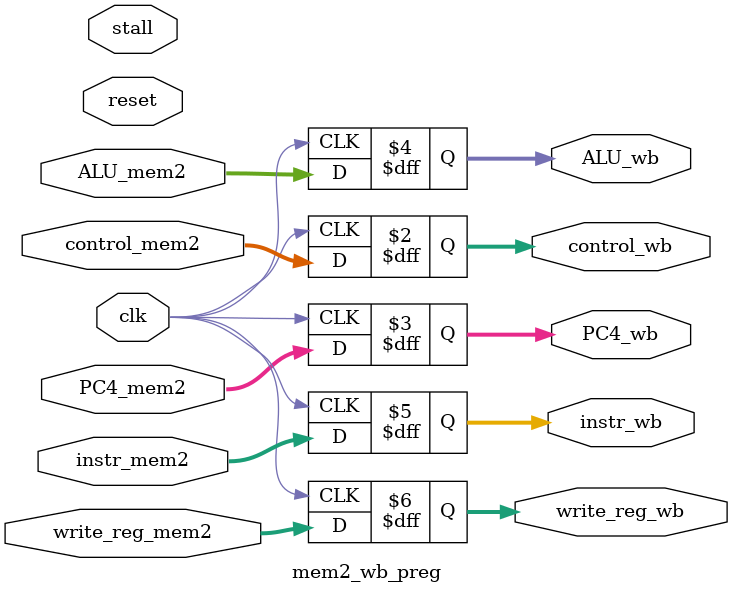
<source format=sv>
`include "riscv32_starter.sv"
module mem2_wb_preg(clk, reset,stall, control_mem2, PC4_mem2, ALU_mem2, write_reg_mem2, instr_mem2, 
										control_wb, PC4_wb, ALU_wb, write_reg_wb, instr_wb);
	input logic clk, reset, stall;
	input logic [31:0] control_mem2, PC4_mem2,  ALU_mem2, instr_mem2;
	input logic [4:0] write_reg_mem2;
	
	output logic [31:0] control_wb, PC4_wb, ALU_wb, instr_wb;
	output logic [4:0] write_reg_wb;
	
	always @(posedge clk) begin
		control_wb <= control_mem2;
		instr_wb <= instr_mem2;
		PC4_wb <= PC4_mem2;
		write_reg_wb <= write_reg_mem2;
		ALU_wb <= ALU_mem2;
	end 
endmodule 
</source>
